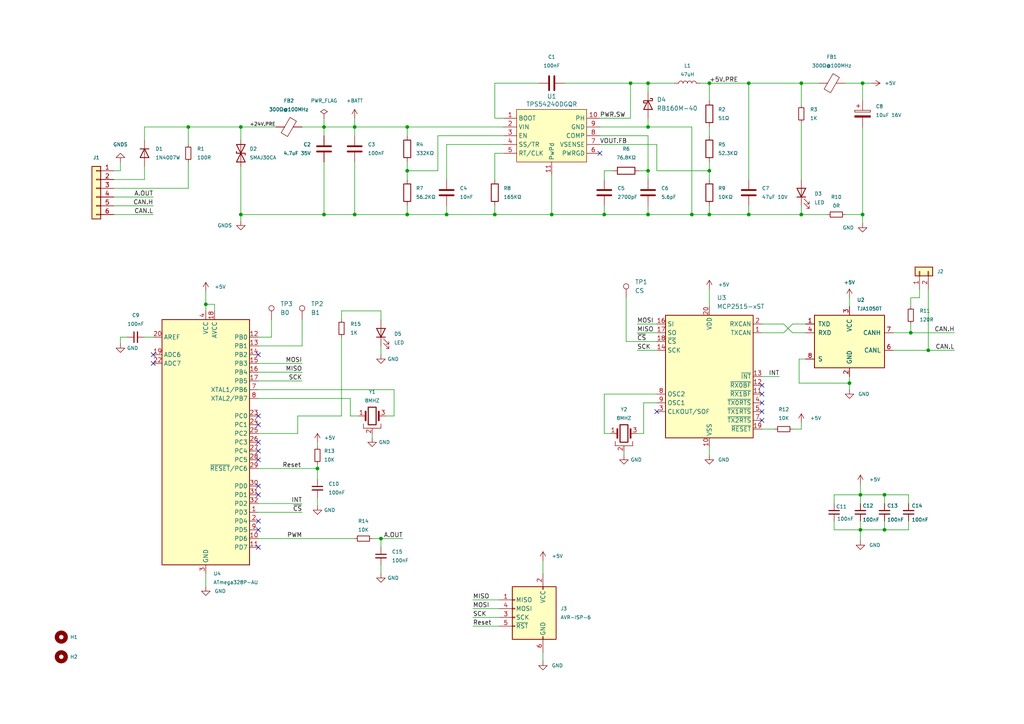
<source format=kicad_sch>
(kicad_sch (version 20231120) (generator "eeschema") (generator_version "8.0")
  (paper "A4")
  (lib_symbols
    (symbol "Arduino_Emulator-rescue:ATmega328P-AU-MCU_Microchip_ATmega-adBlue-rescue"
      (property "Reference" "U" (at -12.7 36.83 0))
      (property "Value" "ATmega328P-AU-MCU_Microchip_ATmega-adBlue-rescue" (at 2.54 -36.83 0))
      (symbol "ATmega328P-AU-MCU_Microchip_ATmega-adBlue-rescue_1_1"
        (pin tri_state line (at 15.24 -20.32 180) (length 2.54) (name "PD3") (number "1"))
        (pin tri_state line (at 15.24 -27.94 180) (length 2.54) (name "PD6") (number "10"))
        (pin tri_state line (at 15.24 -30.48 180) (length 2.54) (name "PD7") (number "11"))
        (pin tri_state line (at 15.24 30.48 180) (length 2.54) (name "PB0") (number "12"))
        (pin tri_state line (at 15.24 27.94 180) (length 2.54) (name "PB1") (number "13"))
        (pin tri_state line (at 15.24 25.4 180) (length 2.54) (name "PB2") (number "14"))
        (pin tri_state line (at 15.24 22.86 180) (length 2.54) (name "PB3") (number "15"))
        (pin tri_state line (at 15.24 20.32 180) (length 2.54) (name "PB4") (number "16"))
        (pin tri_state line (at 15.24 17.78 180) (length 2.54) (name "PB5") (number "17"))
        (pin power_in line (at 2.54 38.1 270) (length 2.54) (name "AVCC") (number "18"))
        (pin input line (at -15.24 25.4 0) (length 2.54) (name "ADC6") (number "19"))
        (pin tri_state line (at 15.24 -22.86 180) (length 2.54) (name "PD4") (number "2"))
        (pin passive line (at -15.24 30.48 0) (length 2.54) (name "AREF") (number "20"))
        (pin passive line (at 0 -38.1 90) (length 2.54) hide (name "GND") (number "21"))
        (pin input line (at -15.24 22.86 0) (length 2.54) (name "ADC7") (number "22"))
        (pin tri_state line (at 15.24 7.62 180) (length 2.54) (name "PC0") (number "23"))
        (pin tri_state line (at 15.24 5.08 180) (length 2.54) (name "PC1") (number "24"))
        (pin tri_state line (at 15.24 2.54 180) (length 2.54) (name "PC2") (number "25"))
        (pin tri_state line (at 15.24 0 180) (length 2.54) (name "PC3") (number "26"))
        (pin tri_state line (at 15.24 -2.54 180) (length 2.54) (name "PC4") (number "27"))
        (pin tri_state line (at 15.24 -5.08 180) (length 2.54) (name "PC5") (number "28"))
        (pin tri_state line (at 15.24 -7.62 180) (length 2.54) (name "~{RESET}/PC6") (number "29"))
        (pin power_in line (at 0 -38.1 90) (length 2.54) (name "GND") (number "3"))
        (pin tri_state line (at 15.24 -12.7 180) (length 2.54) (name "PD0") (number "30"))
        (pin tri_state line (at 15.24 -15.24 180) (length 2.54) (name "PD1") (number "31"))
        (pin tri_state line (at 15.24 -17.78 180) (length 2.54) (name "PD2") (number "32"))
        (pin power_in line (at 0 38.1 270) (length 2.54) (name "VCC") (number "4"))
        (pin passive line (at 0 -38.1 90) (length 2.54) hide (name "GND") (number "5"))
        (pin passive line (at 0 38.1 270) (length 2.54) hide (name "VCC") (number "6"))
        (pin tri_state line (at 15.24 15.24 180) (length 2.54) (name "XTAL1/PB6") (number "7"))
        (pin tri_state line (at 15.24 12.7 180) (length 2.54) (name "XTAL2/PB7") (number "8"))
        (pin tri_state line (at 15.24 -25.4 180) (length 2.54) (name "PD5") (number "9"))
      )
    )
    (symbol "Arduino_Emulator-rescue:AVR-ISP-6-Connector-adBlue-rescue" (pin_names (offset 1.016))
      (property "Reference" "J" (at 0 10.16 0))
      (property "Value" "AVR-ISP-6-Connector-adBlue-rescue" (at 0 -7.62 0))
      (symbol "AVR-ISP-6-Connector-adBlue-rescue_1_1"
        (pin passive line (at 10.16 5.08 180) (length 3.81) (name "MISO") (number "1"))
        (pin power_in line (at -2.54 12.7 270) (length 3.81) (name "VCC") (number "2"))
        (pin passive line (at 10.16 0 180) (length 3.81) (name "SCK") (number "3"))
        (pin passive line (at 10.16 2.54 180) (length 3.81) (name "MOSI") (number "4"))
        (pin passive line (at 10.16 -2.54 180) (length 3.81) (name "~{RST}") (number "5"))
        (pin power_in line (at -2.54 -10.16 90) (length 3.81) (name "GND") (number "6"))
      )
    )
    (symbol "Connector:TestPoint" (pin_numbers hide) (pin_names (offset 0.762) hide)
      (property "Reference" "TP" (at 0 6.858 0))
      (property "Value" "TestPoint" (at 0 5.08 0))
      (symbol "TestPoint_1_1"
        (pin passive line (at 0 0 90) (length 2.54) (name "1") (number "1"))
      )
    )
    (symbol "Connector_Generic:Conn_01x02" (pin_names (offset 1.016) hide)
      (property "Reference" "J" (at 0 2.54 0))
      (property "Value" "Conn_01x02" (at 0 -5.08 0))
      (symbol "Conn_01x02_1_1"
        (pin passive line (at -5.08 0 0) (length 3.81) (name "Pin_1") (number "1"))
        (pin passive line (at -5.08 -2.54 0) (length 3.81) (name "Pin_2") (number "2"))
      )
    )
    (symbol "Connector_Generic:Conn_01x06" (pin_names (offset 1.016) hide)
      (property "Reference" "J" (at 0 7.62 0))
      (property "Value" "Conn_01x06" (at 0 -10.16 0))
      (symbol "Conn_01x06_1_1"
        (pin passive line (at -5.08 5.08 0) (length 3.81) (name "Pin_1") (number "1"))
        (pin passive line (at -5.08 2.54 0) (length 3.81) (name "Pin_2") (number "2"))
        (pin passive line (at -5.08 0 0) (length 3.81) (name "Pin_3") (number "3"))
        (pin passive line (at -5.08 -2.54 0) (length 3.81) (name "Pin_4") (number "4"))
        (pin passive line (at -5.08 -5.08 0) (length 3.81) (name "Pin_5") (number "5"))
        (pin passive line (at -5.08 -7.62 0) (length 3.81) (name "Pin_6") (number "6"))
      )
    )
    (symbol "Device:C" (pin_numbers hide) (pin_names (offset 0.254))
      (property "Reference" "C" (at 0.635 2.54 0))
      (property "Value" "C" (at 0.635 -2.54 0))
      (symbol "C_1_1"
        (pin passive line (at 0 3.81 270) (length 2.794) (name "~") (number "1"))
        (pin passive line (at 0 -3.81 90) (length 2.794) (name "~") (number "2"))
      )
    )
    (symbol "Device:C_Polarized" (pin_numbers hide) (pin_names (offset 0.254))
      (property "Reference" "C" (at 0.635 2.54 0))
      (property "Value" "C_Polarized" (at 0.635 -2.54 0))
      (symbol "C_Polarized_1_1"
        (pin passive line (at 0 3.81 270) (length 2.794) (name "~") (number "1"))
        (pin passive line (at 0 -3.81 90) (length 2.794) (name "~") (number "2"))
      )
    )
    (symbol "Device:C_Small" (pin_numbers hide) (pin_names (offset 0.254) hide)
      (property "Reference" "C" (at 0.254 1.778 0))
      (property "Value" "C_Small" (at 0.254 -2.032 0))
      (symbol "C_Small_1_1"
        (pin passive line (at 0 2.54 270) (length 2.032) (name "~") (number "1"))
        (pin passive line (at 0 -2.54 90) (length 2.032) (name "~") (number "2"))
      )
    )
    (symbol "Device:Crystal_GND2" (pin_names (offset 1.016) hide)
      (property "Reference" "Y" (at 0 5.715 0))
      (property "Value" "Crystal_GND2" (at 0 3.81 0))
      (symbol "Crystal_GND2_1_1"
        (pin passive line (at -3.81 0 0) (length 1.27) (name "1") (number "1"))
        (pin passive line (at 0 -5.08 90) (length 1.27) (name "2") (number "2"))
        (pin passive line (at 3.81 0 180) (length 1.27) (name "3") (number "3"))
      )
    )
    (symbol "Device:D" (pin_numbers hide) (pin_names (offset 1.016) hide)
      (property "Reference" "D" (at 0 2.54 0))
      (property "Value" "D" (at 0 -2.54 0))
      (symbol "D_1_1"
        (pin passive line (at -3.81 0 0) (length 2.54) (name "K") (number "1"))
        (pin passive line (at 3.81 0 180) (length 2.54) (name "A") (number "2"))
      )
    )
    (symbol "Device:D_Schottky" (pin_numbers hide) (pin_names (offset 1.016) hide)
      (property "Reference" "D" (at 0 2.54 0))
      (property "Value" "D_Schottky" (at 0 -2.54 0))
      (symbol "D_Schottky_1_1"
        (pin passive line (at -3.81 0 0) (length 2.54) (name "K") (number "1"))
        (pin passive line (at 3.81 0 180) (length 2.54) (name "A") (number "2"))
      )
    )
    (symbol "Device:D_TVS" (pin_numbers hide) (pin_names (offset 1.016) hide)
      (property "Reference" "D" (at 0 2.54 0))
      (property "Value" "D_TVS" (at 0 -2.54 0))
      (symbol "D_TVS_1_1"
        (pin passive line (at -3.81 0 0) (length 2.54) (name "A1") (number "1"))
        (pin passive line (at 3.81 0 180) (length 2.54) (name "A2") (number "2"))
      )
    )
    (symbol "Device:FerriteBead" (pin_numbers hide) (pin_names (offset 0))
      (property "Reference" "FB" (at -3.81 0.635 90))
      (property "Value" "FerriteBead" (at 3.81 0 90))
      (symbol "FerriteBead_1_1"
        (pin passive line (at 0 3.81 270) (length 2.54) (name "~") (number "1"))
        (pin passive line (at 0 -3.81 90) (length 2.54) (name "~") (number "2"))
      )
    )
    (symbol "Device:L" (pin_numbers hide) (pin_names (offset 1.016) hide)
      (property "Reference" "L" (at -1.27 0 90))
      (property "Value" "L" (at 1.905 0 90))
      (symbol "L_1_1"
        (pin passive line (at 0 3.81 270) (length 1.27) (name "1") (number "1"))
        (pin passive line (at 0 -3.81 90) (length 1.27) (name "2") (number "2"))
      )
    )
    (symbol "Device:LED" (pin_numbers hide) (pin_names (offset 1.016) hide)
      (property "Reference" "D" (at 0 2.54 0))
      (property "Value" "LED" (at 0 -2.54 0))
      (symbol "LED_1_1"
        (pin passive line (at -3.81 0 0) (length 2.54) (name "K") (number "1"))
        (pin passive line (at 3.81 0 180) (length 2.54) (name "A") (number "2"))
      )
    )
    (symbol "Device:R" (pin_numbers hide) (pin_names (offset 0))
      (property "Reference" "R" (at 2.032 0 90))
      (property "Value" "R" (at 0 0 90))
      (symbol "R_1_1"
        (pin passive line (at 0 3.81 270) (length 1.27) (name "~") (number "1"))
        (pin passive line (at 0 -3.81 90) (length 1.27) (name "~") (number "2"))
      )
    )
    (symbol "Device:R_Small" (pin_numbers hide) (pin_names (offset 0.254) hide)
      (property "Reference" "R" (at 0.762 0.508 0))
      (property "Value" "R_Small" (at 0.762 -1.016 0))
      (symbol "R_Small_1_1"
        (pin passive line (at 0 2.54 270) (length 0.762) (name "~") (number "1"))
        (pin passive line (at 0 -2.54 90) (length 0.762) (name "~") (number "2"))
      )
    )
    (symbol "Interface_CAN_LIN:MCP2515-xST"
      (property "Reference" "U" (at -10.16 19.685 0))
      (property "Value" "MCP2515-xST" (at 19.05 20.32 0))
      (symbol "MCP2515-xST_1_1"
        (pin output line (at 15.24 12.7 180) (length 2.54) (name "TXCAN") (number "1"))
        (pin power_in line (at 0 -20.32 90) (length 2.54) (name "VSS") (number "10"))
        (pin output line (at 15.24 -5.08 180) (length 2.54) (name "~{RX1BF}") (number "11"))
        (pin output line (at 15.24 -2.54 180) (length 2.54) (name "~{RX0BF}") (number "12"))
        (pin output line (at 15.24 0 180) (length 2.54) (name "~{INT}") (number "13"))
        (pin input line (at -15.24 7.62 0) (length 2.54) (name "SCK") (number "14"))
        (pin no_connect line (at -12.7 -2.54 0) (length 2.54) hide (name "NC") (number "15"))
        (pin input line (at -15.24 15.24 0) (length 2.54) (name "SI") (number "16"))
        (pin output line (at -15.24 12.7 0) (length 2.54) (name "SO") (number "17"))
        (pin input line (at -15.24 10.16 0) (length 2.54) (name "~{CS}") (number "18"))
        (pin input line (at 15.24 -15.24 180) (length 2.54) (name "~{RESET}") (number "19"))
        (pin input line (at 15.24 15.24 180) (length 2.54) (name "RXCAN") (number "2"))
        (pin power_in line (at 0 20.32 270) (length 2.54) (name "VDD") (number "20"))
        (pin output line (at -15.24 -10.16 0) (length 2.54) (name "CLKOUT/SOF") (number "3"))
        (pin input line (at 15.24 -7.62 180) (length 2.54) (name "~{TX0RTS}") (number "4"))
        (pin input line (at 15.24 -10.16 180) (length 2.54) (name "~{TX1RTS}") (number "5"))
        (pin no_connect line (at -12.7 0 0) (length 2.54) hide (name "NC") (number "6"))
        (pin input line (at 15.24 -12.7 180) (length 2.54) (name "~{TX2RTS}") (number "7"))
        (pin output line (at -15.24 -5.08 0) (length 2.54) (name "OSC2") (number "8"))
        (pin input line (at -15.24 -7.62 0) (length 2.54) (name "OSC1") (number "9"))
      )
    )
    (symbol "Interface_CAN_LIN:TJA1051T" (pin_names (offset 1.016))
      (property "Reference" "U" (at -10.16 8.89 0))
      (property "Value" "TJA1051T" (at 1.27 8.89 0))
      (symbol "TJA1051T_1_1"
        (pin input line (at -12.7 5.08 0) (length 2.54) (name "TXD") (number "1"))
        (pin power_in line (at 0 -10.16 90) (length 2.54) (name "GND") (number "2"))
        (pin power_in line (at 0 10.16 270) (length 2.54) (name "VCC") (number "3"))
        (pin output line (at -12.7 2.54 0) (length 2.54) (name "RXD") (number "4"))
        (pin no_connect line (at -12.7 -2.54 0) (length 2.54) hide (name "n.c.") (number "5"))
        (pin bidirectional line (at 12.7 -2.54 180) (length 2.54) (name "CANL") (number "6"))
        (pin bidirectional line (at 12.7 2.54 180) (length 2.54) (name "CANH") (number "7"))
        (pin input line (at -12.7 -5.08 0) (length 2.54) (name "S") (number "8"))
      )
    )
    (symbol "Mechanical:MountingHole" (pin_names (offset 1.016))
      (property "Reference" "H" (at 0 5.08 0))
      (property "Value" "MountingHole" (at 0 3.175 0))
    )
    (symbol "TPS54240_StepDown:TPS54240"
      (property "Reference" "U" (at 0 9.906 0))
      (property "Value" "TPS54240DGQR" (at 0 0 0))
      (symbol "TPS54240_1_1"
        (pin input line (at -13.97 5.08 0) (length 3.81) (name "BOOT") (number "1"))
        (pin output line (at 13.97 5.08 180) (length 3.81) (name "PH") (number "10"))
        (pin power_in line (at 0 -11.43 90) (length 3.81) (name "PwPd") (number "11"))
        (pin power_in line (at -13.97 2.54 0) (length 3.81) (name "VIN") (number "2"))
        (pin input line (at -13.97 0 0) (length 3.81) (name "EN") (number "3"))
        (pin input line (at -13.97 -2.54 0) (length 3.81) (name "SS/TR") (number "4"))
        (pin input line (at -13.97 -5.08 0) (length 3.81) (name "RT/CLK") (number "5"))
        (pin open_collector line (at 13.97 -5.08 180) (length 3.81) (name "PWRGD") (number "6"))
        (pin input line (at 13.97 -2.54 180) (length 3.81) (name "VSENSE") (number "7"))
        (pin input line (at 13.97 0 180) (length 3.81) (name "COMP") (number "8"))
        (pin power_in line (at 13.97 2.54 180) (length 3.81) (name "GND") (number "9"))
      )
    )
    (symbol "power:+5V" (power) (pin_names (offset 0))
      (property "Value" "+5V" (at 0 3.556 0))
      (symbol "+5V_1_1"
        (pin power_in line (at 0 0 90) (length 0) hide (name "+5V") (number "1"))
      )
    )
    (symbol "power:+BATT" (power) (pin_names (offset 0))
      (property "Value" "+BATT" (at 0 3.556 0))
      (symbol "+BATT_1_1"
        (pin power_in line (at 0 0 90) (length 0) hide (name "+BATT") (number "1"))
      )
    )
    (symbol "power:GND" (power) (pin_names (offset 0))
      (property "Value" "GND" (at 0 -3.81 0))
      (symbol "GND_1_1"
        (pin power_in line (at 0 0 270) (length 0) hide (name "GND") (number "1"))
      )
    )
    (symbol "power:GNDS" (power) (pin_names (offset 0))
      (property "Value" "GNDS" (at 0 -3.81 0))
      (symbol "GNDS_1_1"
        (pin power_in line (at 0 0 270) (length 0) hide (name "GNDS") (number "1"))
      )
    )
    (symbol "power:PWR_FLAG" (power) (pin_numbers hide) (pin_names (offset 0) hide)
      (property "Value" "PWR_FLAG" (at 0 3.81 0))
      (symbol "PWR_FLAG_0_0"
        (pin power_out line (at 0 0 90) (length 0) (name "pwr") (number "1"))
      )
    )
  )
  (junction (at 256.54 153.67))
  (junction (at 129.54 62.23))
  (junction (at 93.98 36.83))
  (junction (at 93.98 62.23))
  (junction (at 249.555 143.51))
  (junction (at 118.11 62.23))
  (junction (at 246.38 111.125))
  (junction (at 110.49 156.21))
  (junction (at 250.19 62.23))
  (junction (at 269.24 101.6))
  (junction (at 187.96 36.83))
  (junction (at 187.96 49.53))
  (junction (at 200.66 62.23))
  (junction (at 205.74 24.13))
  (junction (at 102.87 36.83))
  (junction (at 54.61 36.83))
  (junction (at 118.11 49.53))
  (junction (at 59.69 88.265))
  (junction (at 182.88 24.13))
  (junction (at 69.85 62.23))
  (junction (at 256.54 143.51))
  (junction (at 143.51 62.23))
  (junction (at 264.16 96.52))
  (junction (at 205.74 62.23))
  (junction (at 217.17 24.13))
  (junction (at 232.41 24.13))
  (junction (at 118.11 36.83))
  (junction (at 175.26 62.23))
  (junction (at 187.96 62.23))
  (junction (at 205.74 49.53))
  (junction (at 232.41 62.23))
  (junction (at 250.19 24.13))
  (junction (at 217.17 62.23))
  (junction (at 160.02 62.23))
  (junction (at 102.87 62.23))
  (junction (at 187.96 24.13))
  (junction (at 69.85 36.83))
  (junction (at 249.555 153.67))
  (junction (at 92.075 135.89))
  (no_connect (at 74.93 153.67))
  (no_connect (at 190.5 119.38))
  (no_connect (at 74.93 128.27))
  (no_connect (at 74.93 130.81))
  (no_connect (at 173.99 44.45))
  (no_connect (at 44.45 102.87))
  (no_connect (at 220.98 111.76))
  (no_connect (at 74.93 102.87))
  (no_connect (at 220.98 121.92))
  (no_connect (at 74.93 123.19))
  (no_connect (at 44.45 105.41))
  (no_connect (at 74.93 120.65))
  (no_connect (at 74.93 143.51))
  (no_connect (at 74.93 133.35))
  (no_connect (at 220.98 114.3))
  (no_connect (at 220.98 116.84))
  (no_connect (at 74.93 151.13))
  (no_connect (at 220.98 119.38))
  (no_connect (at 74.93 140.97))
  (no_connect (at 74.93 158.75))
  (wire (pts (xy 143.51 44.45) (xy 146.05 44.45)))
  (wire (pts (xy 36.83 97.79) (xy 34.925 97.79)))
  (wire (pts (xy 74.93 135.89) (xy 92.075 135.89)))
  (wire (pts (xy 102.87 34.29) (xy 102.87 36.83)))
  (wire (pts (xy 74.93 110.49) (xy 87.63 110.49)))
  (wire (pts (xy 231.775 111.125) (xy 231.775 104.14)))
  (wire (pts (xy 69.85 48.26) (xy 69.85 62.23)))
  (wire (pts (xy 266.7 83.82) (xy 266.7 86.36)))
  (wire (pts (xy 205.74 29.21) (xy 205.74 24.13)))
  (wire (pts (xy 229.87 96.52) (xy 233.68 96.52)))
  (wire (pts (xy 205.74 132.08) (xy 205.74 129.54)))
  (wire (pts (xy 186.69 125.73) (xy 184.785 125.73)))
  (wire (pts (xy 249.555 143.51) (xy 249.555 146.05)))
  (wire (pts (xy 92.075 128.27) (xy 92.075 129.54)))
  (wire (pts (xy 74.93 156.21) (xy 102.87 156.21)))
  (wire (pts (xy 180.975 132.08) (xy 180.975 130.81)))
  (wire (pts (xy 41.91 36.83) (xy 54.61 36.83)))
  (wire (pts (xy 143.51 59.69) (xy 143.51 62.23)))
  (wire (pts (xy 99.06 120.65) (xy 99.06 97.79)))
  (wire (pts (xy 92.075 134.62) (xy 92.075 135.89)))
  (wire (pts (xy 232.41 124.46) (xy 232.41 122.555)))
  (wire (pts (xy 54.61 36.83) (xy 54.61 41.91)))
  (wire (pts (xy 256.54 143.51) (xy 256.54 146.05)))
  (wire (pts (xy 69.85 62.23) (xy 93.98 62.23)))
  (wire (pts (xy 187.96 24.13) (xy 187.96 26.67)))
  (wire (pts (xy 41.91 36.83) (xy 41.91 40.64)))
  (wire (pts (xy 246.38 111.125) (xy 246.38 113.03)))
  (wire (pts (xy 41.91 52.07) (xy 41.91 48.26)))
  (wire (pts (xy 93.98 46.99) (xy 93.98 62.23)))
  (wire (pts (xy 129.54 41.91) (xy 146.05 41.91)))
  (wire (pts (xy 187.96 59.69) (xy 187.96 62.23)))
  (wire (pts (xy 245.11 24.13) (xy 250.19 24.13)))
  (wire (pts (xy 33.02 52.07) (xy 41.91 52.07)))
  (wire (pts (xy 229.87 93.98) (xy 227.33 96.52)))
  (wire (pts (xy 249.555 156.845) (xy 249.555 153.67)))
  (wire (pts (xy 33.02 54.61) (xy 54.61 54.61)))
  (wire (pts (xy 127 49.53) (xy 118.11 49.53)))
  (wire (pts (xy 118.11 59.69) (xy 118.11 62.23)))
  (wire (pts (xy 224.79 124.46) (xy 220.98 124.46)))
  (wire (pts (xy 205.74 39.37) (xy 205.74 36.83)))
  (wire (pts (xy 229.87 124.46) (xy 232.41 124.46)))
  (wire (pts (xy 101.6 115.57) (xy 101.6 120.65)))
  (wire (pts (xy 266.7 86.36) (xy 264.16 86.36)))
  (wire (pts (xy 74.93 105.41) (xy 87.63 105.41)))
  (wire (pts (xy 250.19 62.23) (xy 250.19 64.77)))
  (wire (pts (xy 110.49 163.83) (xy 110.49 166.37)))
  (wire (pts (xy 86.36 120.65) (xy 99.06 120.65)))
  (wire (pts (xy 205.74 46.99) (xy 205.74 49.53)))
  (wire (pts (xy 232.41 35.56) (xy 232.41 52.07)))
  (wire (pts (xy 203.2 24.13) (xy 205.74 24.13)))
  (wire (pts (xy 78.74 97.79) (xy 74.93 97.79)))
  (wire (pts (xy 187.96 49.53) (xy 187.96 52.07)))
  (wire (pts (xy 184.785 96.52) (xy 190.5 96.52)))
  (wire (pts (xy 231.775 104.14) (xy 233.68 104.14)))
  (wire (pts (xy 205.74 49.53) (xy 205.74 52.07)))
  (wire (pts (xy 249.555 143.51) (xy 241.935 143.51)))
  (wire (pts (xy 175.26 114.3) (xy 175.26 125.73)))
  (wire (pts (xy 256.54 153.67) (xy 256.54 151.13)))
  (wire (pts (xy 127 39.37) (xy 127 49.53)))
  (wire (pts (xy 143.51 52.07) (xy 143.51 44.45)))
  (wire (pts (xy 41.91 97.79) (xy 44.45 97.79)))
  (wire (pts (xy 59.69 88.265) (xy 59.69 90.17)))
  (wire (pts (xy 264.16 86.36) (xy 264.16 88.9)))
  (wire (pts (xy 185.42 49.53) (xy 187.96 49.53)))
  (wire (pts (xy 74.93 107.95) (xy 87.63 107.95)))
  (wire (pts (xy 175.26 49.53) (xy 177.8 49.53)))
  (wire (pts (xy 181.61 86.36) (xy 181.61 99.06)))
  (wire (pts (xy 157.48 189.23) (xy 157.48 191.77)))
  (wire (pts (xy 93.98 62.23) (xy 102.87 62.23)))
  (wire (pts (xy 173.99 39.37) (xy 187.96 39.37)))
  (wire (pts (xy 200.66 36.83) (xy 200.66 62.23)))
  (wire (pts (xy 101.6 115.57) (xy 74.93 115.57)))
  (wire (pts (xy 205.74 59.69) (xy 205.74 62.23)))
  (wire (pts (xy 217.17 59.69) (xy 217.17 62.23)))
  (wire (pts (xy 33.02 62.23) (xy 44.45 62.23)))
  (wire (pts (xy 233.68 93.98) (xy 229.87 93.98)))
  (wire (pts (xy 205.74 24.13) (xy 217.17 24.13)))
  (wire (pts (xy 217.17 24.13) (xy 232.41 24.13)))
  (wire (pts (xy 269.24 101.6) (xy 276.86 101.6)))
  (wire (pts (xy 54.61 46.99) (xy 54.61 54.61)))
  (wire (pts (xy 249.555 143.51) (xy 256.54 143.51)))
  (wire (pts (xy 74.93 146.05) (xy 87.63 146.05)))
  (wire (pts (xy 118.11 36.83) (xy 146.05 36.83)))
  (wire (pts (xy 264.16 93.98) (xy 264.16 96.52)))
  (wire (pts (xy 217.17 62.23) (xy 232.41 62.23)))
  (wire (pts (xy 249.555 153.67) (xy 249.555 151.13)))
  (wire (pts (xy 187.96 24.13) (xy 195.58 24.13)))
  (wire (pts (xy 220.98 96.52) (xy 227.33 96.52)))
  (wire (pts (xy 157.48 162.56) (xy 157.48 166.37)))
  (wire (pts (xy 74.93 148.59) (xy 87.63 148.59)))
  (wire (pts (xy 175.26 59.69) (xy 175.26 62.23)))
  (wire (pts (xy 59.69 88.265) (xy 62.23 88.265)))
  (wire (pts (xy 107.95 156.21) (xy 110.49 156.21)))
  (wire (pts (xy 173.99 34.29) (xy 182.88 34.29)))
  (wire (pts (xy 246.38 109.22) (xy 246.38 111.125)))
  (wire (pts (xy 129.54 62.23) (xy 118.11 62.23)))
  (wire (pts (xy 54.61 36.83) (xy 69.85 36.83)))
  (wire (pts (xy 34.925 49.53) (xy 33.02 49.53)))
  (wire (pts (xy 107.95 127) (xy 107.95 125.73)))
  (wire (pts (xy 137.16 173.99) (xy 144.78 173.99)))
  (wire (pts (xy 59.69 84.455) (xy 59.69 88.265)))
  (wire (pts (xy 110.49 156.21) (xy 116.84 156.21)))
  (wire (pts (xy 69.85 36.83) (xy 80.01 36.83)))
  (wire (pts (xy 59.69 170.18) (xy 59.69 166.37)))
  (wire (pts (xy 93.98 39.37) (xy 93.98 36.83)))
  (wire (pts (xy 143.51 62.23) (xy 160.02 62.23)))
  (wire (pts (xy 263.525 146.05) (xy 263.525 143.51)))
  (wire (pts (xy 232.41 59.69) (xy 232.41 62.23)))
  (wire (pts (xy 99.06 90.17) (xy 110.49 90.17)))
  (wire (pts (xy 163.83 24.13) (xy 182.88 24.13)))
  (wire (pts (xy 256.54 153.67) (xy 263.525 153.67)))
  (wire (pts (xy 250.19 24.13) (xy 250.19 29.21)))
  (wire (pts (xy 259.08 101.6) (xy 269.24 101.6)))
  (wire (pts (xy 160.02 62.23) (xy 175.26 62.23)))
  (wire (pts (xy 250.19 24.13) (xy 252.73 24.13)))
  (wire (pts (xy 110.49 100.33) (xy 110.49 102.87)))
  (wire (pts (xy 175.26 49.53) (xy 175.26 52.07)))
  (wire (pts (xy 69.85 62.23) (xy 69.85 64.135)))
  (wire (pts (xy 175.26 62.23) (xy 187.96 62.23)))
  (wire (pts (xy 33.02 57.15) (xy 44.45 57.15)))
  (wire (pts (xy 110.49 156.21) (xy 110.49 158.75)))
  (wire (pts (xy 69.85 36.83) (xy 69.85 40.64)))
  (wire (pts (xy 87.63 100.33) (xy 87.63 92.71)))
  (wire (pts (xy 102.87 36.83) (xy 118.11 36.83)))
  (wire (pts (xy 160.02 50.8) (xy 160.02 62.23)))
  (wire (pts (xy 129.54 59.69) (xy 129.54 62.23)))
  (wire (pts (xy 87.63 36.83) (xy 93.98 36.83)))
  (wire (pts (xy 101.6 120.65) (xy 104.14 120.65)))
  (wire (pts (xy 99.06 92.71) (xy 99.06 90.17)))
  (wire (pts (xy 246.38 86.36) (xy 246.38 88.9)))
  (wire (pts (xy 249.555 140.335) (xy 249.555 143.51)))
  (wire (pts (xy 232.41 24.13) (xy 232.41 30.48)))
  (wire (pts (xy 205.74 83.82) (xy 205.74 88.9)))
  (wire (pts (xy 129.54 52.07) (xy 129.54 41.91)))
  (wire (pts (xy 205.74 62.23) (xy 217.17 62.23)))
  (wire (pts (xy 33.02 59.69) (xy 44.45 59.69)))
  (wire (pts (xy 74.93 125.73) (xy 86.36 125.73)))
  (wire (pts (xy 118.11 62.23) (xy 102.87 62.23)))
  (wire (pts (xy 137.16 179.07) (xy 144.78 179.07)))
  (wire (pts (xy 220.98 93.98) (xy 227.33 93.98)))
  (wire (pts (xy 241.935 153.67) (xy 249.555 153.67)))
  (wire (pts (xy 187.96 39.37) (xy 187.96 49.53)))
  (wire (pts (xy 232.41 24.13) (xy 237.49 24.13)))
  (wire (pts (xy 245.11 62.23) (xy 250.19 62.23)))
  (wire (pts (xy 143.51 24.13) (xy 156.21 24.13)))
  (wire (pts (xy 175.26 125.73) (xy 177.165 125.73)))
  (wire (pts (xy 92.075 146.685) (xy 92.075 144.145)))
  (wire (pts (xy 137.16 181.61) (xy 144.78 181.61)))
  (wire (pts (xy 249.555 153.67) (xy 256.54 153.67)))
  (wire (pts (xy 200.66 36.83) (xy 187.96 36.83)))
  (wire (pts (xy 190.5 49.53) (xy 190.5 41.91)))
  (wire (pts (xy 86.36 125.73) (xy 86.36 120.65)))
  (wire (pts (xy 92.075 135.89) (xy 92.075 139.065)))
  (wire (pts (xy 187.96 34.29) (xy 187.96 36.83)))
  (wire (pts (xy 263.525 151.13) (xy 263.525 153.67)))
  (wire (pts (xy 190.5 116.84) (xy 186.69 116.84)))
  (wire (pts (xy 246.38 111.125) (xy 231.775 111.125)))
  (wire (pts (xy 118.11 36.83) (xy 118.11 39.37)))
  (wire (pts (xy 114.3 120.65) (xy 111.76 120.65)))
  (wire (pts (xy 118.11 49.53) (xy 118.11 52.07)))
  (wire (pts (xy 187.96 36.83) (xy 173.99 36.83)))
  (wire (pts (xy 241.935 143.51) (xy 241.935 146.05)))
  (wire (pts (xy 205.74 49.53) (xy 190.5 49.53)))
  (wire (pts (xy 232.41 62.23) (xy 240.03 62.23)))
  (wire (pts (xy 186.69 116.84) (xy 186.69 125.73)))
  (wire (pts (xy 217.17 24.13) (xy 217.17 52.07)))
  (wire (pts (xy 146.05 39.37) (xy 127 39.37)))
  (wire (pts (xy 269.24 83.82) (xy 269.24 101.6)))
  (wire (pts (xy 93.98 34.29) (xy 93.98 36.83)))
  (wire (pts (xy 256.54 143.51) (xy 263.525 143.51)))
  (wire (pts (xy 181.61 99.06) (xy 190.5 99.06)))
  (wire (pts (xy 182.88 24.13) (xy 187.96 24.13)))
  (wire (pts (xy 264.16 96.52) (xy 276.86 96.52)))
  (wire (pts (xy 102.87 46.99) (xy 102.87 62.23)))
  (wire (pts (xy 114.3 113.03) (xy 74.93 113.03)))
  (wire (pts (xy 78.74 92.71) (xy 78.74 97.79)))
  (wire (pts (xy 62.23 88.265) (xy 62.23 90.17)))
  (wire (pts (xy 110.49 90.17) (xy 110.49 92.71)))
  (wire (pts (xy 200.66 62.23) (xy 205.74 62.23)))
  (wire (pts (xy 146.05 34.29) (xy 143.51 34.29)))
  (wire (pts (xy 184.785 93.98) (xy 190.5 93.98)))
  (wire (pts (xy 187.96 62.23) (xy 200.66 62.23)))
  (wire (pts (xy 118.11 46.99) (xy 118.11 49.53)))
  (wire (pts (xy 143.51 62.23) (xy 129.54 62.23)))
  (wire (pts (xy 34.925 97.79) (xy 34.925 99.695)))
  (wire (pts (xy 102.87 39.37) (xy 102.87 36.83)))
  (wire (pts (xy 93.98 36.83) (xy 102.87 36.83)))
  (wire (pts (xy 190.5 114.3) (xy 175.26 114.3)))
  (wire (pts (xy 182.88 24.13) (xy 182.88 34.29)))
  (wire (pts (xy 137.16 176.53) (xy 144.78 176.53)))
  (wire (pts (xy 114.3 113.03) (xy 114.3 120.65)))
  (wire (pts (xy 227.33 93.98) (xy 229.87 96.52)))
  (wire (pts (xy 143.51 34.29) (xy 143.51 24.13)))
  (wire (pts (xy 173.99 41.91) (xy 190.5 41.91)))
  (wire (pts (xy 220.98 109.22) (xy 226.06 109.22)))
  (wire (pts (xy 259.08 96.52) (xy 264.16 96.52)))
  (wire (pts (xy 74.93 100.33) (xy 87.63 100.33)))
  (wire (pts (xy 241.935 151.13) (xy 241.935 153.67)))
  (wire (pts (xy 250.19 36.83) (xy 250.19 62.23)))
  (wire (pts (xy 34.925 46.99) (xy 34.925 49.53)))
  (wire (pts (xy 184.785 101.6) (xy 190.5 101.6)))
  (label "MOSI" (at 137.16 176.53 0))
  (label "+24V.PRE" (at 72.39 36.83 0) (effects (font (size 1 1))))
  (label "CAN.H" (at 44.45 59.69 180))
  (label "CAN.L" (at 276.86 101.6 180))
  (label "MOSI" (at 184.785 93.98 0))
  (label "CAN.H" (at 276.86 96.52 180))
  (label "A.OUT" (at 44.45 57.15 180))
  (label "+5V.PRE" (at 205.74 24.13 0))
  (label "CAN.L" (at 44.45 62.23 180))
  (label "INT" (at 87.63 146.05 180))
  (label "PWR.SW" (at 173.99 34.29 0))
  (label "A.OUT" (at 116.84 156.21 180))
  (label "SCK" (at 87.63 110.49 180))
  (label "Reset" (at 81.915 135.89 0))
  (label "VOUT.FB" (at 173.99 41.91 0))
  (label "MOSI" (at 87.63 105.41 180))
  (label "~{CS}" (at 184.785 99.06 0))
  (label "SCK" (at 184.785 101.6 0))
  (label "PWM" (at 87.63 156.21 180))
  (label "INT" (at 226.06 109.22 180))
  (label "MISO" (at 137.16 173.99 0))
  (label "Reset" (at 137.16 181.61 0))
  (label "MISO" (at 184.785 96.52 0))
  (label "MISO" (at 87.63 107.95 180))
  (label "SCK" (at 137.16 179.07 0))
  (label "~{CS}" (at 87.63 148.59 180))
  (symbol (lib_id "Interface_CAN_LIN:TJA1051T") (at 246.38 99.06 0) (unit 1)
    (property "Reference" "U2" (at 248.5741 86.995 0) (effects (font (size 1.016 1.016)) (justify left)))
    (property "Value" "TJA1050T" (at 248.5741 89.535 0) (effects (font (size 1.016 1.016)) (justify left)))
    (property "Footprint" "Package_SO:SOIC-8_3.9x4.9mm_P1.27mm" (effects (hide yes)))
    (property "Datasheet" "https://www.nxp.com/docs/en/data-sheet/TJA1051.pdf" (effects (hide yes)))
    (property "LCSC" "C6952" (effects (hide yes)))
  )
  (symbol (lib_id "Device:R_Small") (at 264.16 91.44 0) (unit 1)
    (property "Reference" "R11" (at 266.7 90.1699 0) (effects (font (size 1.016 1.016)) (justify left)))
    (property "Value" "120R" (at 266.7 92.7099 0) (effects (font (size 1.016 1.016)) (justify left)))
    (property "Footprint" "Resistor_SMD:R_0805_2012Metric" (effects (hide yes)))
    (property "LCSC" "C17437" (effects (hide yes)))
  )
  (symbol (lib_id "Connector_Generic:Conn_01x02") (at 266.7 78.74 90) (unit 1) (in_bom no)
    (property "Reference" "J2" (at 271.78 78.7399 90) (effects (font (size 1.016 1.016)) (justify right)))
    (property "Value" "Conn_01x02" (effects (hide yes)))
    (property "Footprint" "Jumper:SolderJumper-2_P1.3mm_Open_RoundedPad1.0x1.5mm" (effects (hide yes)))
  )
  (symbol (lib_id "power:GND") (at 250.19 64.77 0) (unit 1)
    (property "Reference" "#PWR04" (effects (hide yes)))
    (property "Value" "GND" (at 247.65 66.0399 0) (effects (font (size 1.016 1.016)) (justify right)))
  )
  (symbol (lib_id "Device:R_Small") (at 242.57 62.23 270) (unit 1)
    (property "Reference" "R10" (at 242.57 57.15 90) (effects (font (size 1.016 1.016))))
    (property "Value" "0R" (at 242.57 59.69 90) (effects (font (size 1.016 1.016))))
    (property "Footprint" "Resistor_SMD:R_0402_1005Metric" (effects (hide yes)))
    (property "LCSC" "C17168" (effects (hide yes)))
  )
  (symbol (lib_id "power:GNDS") (at 69.85 64.135 0) (unit 1)
    (property "Reference" "#PWR05" (effects (hide yes)))
    (property "Value" "GNDS" (at 67.31 65.4049 0) (effects (font (size 1.016 1.016)) (justify right)))
  )
  (symbol (lib_id "power:GND") (at 246.38 113.03 0) (unit 1)
    (property "Reference" "#PWR010" (effects (hide yes)))
    (property "Value" "GND" (at 248.92 114.2999 0) (effects (font (size 1.016 1.016)) (justify left)))
  )
  (symbol (lib_id "power:+5V") (at 246.38 86.36 0) (unit 1)
    (property "Reference" "#PWR08" (effects (hide yes)))
    (property "Value" "+5V" (at 246.38 81.915 0) (effects (font (size 1.016 1.016))))
  )
  (symbol (lib_id "power:+5V") (at 205.74 83.82 0) (unit 1)
    (property "Reference" "#PWR07" (effects (hide yes)))
    (property "Value" "+5V" (at 208.28 82.5499 0) (effects (font (size 1.016 1.016)) (justify left)))
  )
  (symbol (lib_id "power:GND") (at 205.74 132.08 0) (unit 1)
    (property "Reference" "#PWR015" (effects (hide yes)))
    (property "Value" "GND" (at 208.28 133.3499 0) (effects (font (size 1.016 1.016)) (justify left)))
  )
  (symbol (lib_id "Device:C_Small") (at 241.935 148.59 180) (unit 1)
    (property "Reference" "C11" (at 245.618 146.939 0) (effects (font (size 1.016 1.016)) (justify left)))
    (property "Value" "100nF" (at 247.65 150.495 0) (effects (font (size 1.016 1.016)) (justify left)))
    (property "Footprint" "Capacitor_SMD:C_0402_1005Metric" (effects (hide yes)))
    (property "LCSC" "C77020" (effects (hide yes)))
  )
  (symbol (lib_id "Device:C_Small") (at 249.555 148.59 180) (unit 1)
    (property "Reference" "C12" (at 250.19 146.685 0) (effects (font (size 1.016 1.016)) (justify right)))
    (property "Value" "100nF" (at 250.19 150.749 0) (effects (font (size 1.016 1.016)) (justify right)))
    (property "Footprint" "Capacitor_SMD:C_0402_1005Metric" (effects (hide yes)))
    (property "LCSC" "C77020" (effects (hide yes)))
  )
  (symbol (lib_id "Device:C_Small") (at 256.54 148.59 180) (unit 1)
    (property "Reference" "C13" (at 257.302 146.685 0) (effects (font (size 1.016 1.016)) (justify right)))
    (property "Value" "100nF" (at 257.302 150.749 0) (effects (font (size 1.016 1.016)) (justify right)))
    (property "Footprint" "Capacitor_SMD:C_0402_1005Metric" (effects (hide yes)))
    (property "LCSC" "C77020" (effects (hide yes)))
  )
  (symbol (lib_id "power:GND") (at 249.555 156.845 0) (unit 1)
    (property "Reference" "#PWR020" (effects (hide yes)))
    (property "Value" "GND" (at 252.095 158.1149 0) (effects (font (size 1.016 1.016)) (justify left)))
  )
  (symbol (lib_id "power:+5V") (at 249.555 140.335 0) (unit 1)
    (property "Reference" "#PWR018" (effects (hide yes)))
    (property "Value" "+5V" (at 252.095 139.0649 0) (effects (font (size 1.016 1.016)) (justify left)))
  )
  (symbol (lib_id "Arduino_Emulator-rescue:ATmega328P-AU-MCU_Microchip_ATmega-adBlue-rescue") (at 59.69 128.27 0) (unit 1)
    (property "Reference" "U4" (at 61.8841 166.37 0) (effects (font (size 1.016 1.016)) (justify left)))
    (property "Value" "ATmega328P-AU" (at 61.8841 168.91 0) (effects (font (size 1.016 1.016)) (justify left)))
    (property "Footprint" "Package_QFP:TQFP-32_7x7mm_P0.8mm" (effects (hide yes)))
    (property "Datasheet" "http://ww1.microchip.com/downloads/en/DeviceDoc/ATmega328_P%20AVR%20MCU%20with%20picoPower%20Technology%20Data%20Sheet%2040001984A.pdf" (effects (hide yes)))
    (property "LCSC" "C14877" (effects (hide yes)))
  )
  (symbol (lib_id "Device:LED") (at 232.41 55.88 90) (unit 1)
    (property "Reference" "D3" (at 236.22 56.1974 90) (effects (font (size 1.016 1.016)) (justify right)))
    (property "Value" "LED" (at 236.22 58.7374 90) (effects (font (size 1.016 1.016)) (justify right)))
    (property "Footprint" "LED_SMD:LED_0402_1005Metric" (effects (hide yes)))
    (property "LCSC" "C965790" (effects (hide yes)))
  )
  (symbol (lib_id "Device:R_Small") (at 232.41 33.02 0) (unit 1)
    (property "Reference" "R3" (at 234.95 31.7499 0) (effects (font (size 1.016 1.016)) (justify left)))
    (property "Value" "1K" (at 234.95 34.2899 0) (effects (font (size 1.016 1.016)) (justify left)))
    (property "Footprint" "Resistor_SMD:R_0402_1005Metric" (effects (hide yes)))
    (property "LCSC" "C11702" (effects (hide yes)))
  )
  (symbol (lib_id "power:+5V") (at 59.69 84.455 0) (unit 1)
    (property "Reference" "#PWR06" (effects (hide yes)))
    (property "Value" "+5V" (at 62.23 83.1849 0) (effects (font (size 1.016 1.016)) (justify left)))
  )
  (symbol (lib_id "power:GND") (at 59.69 170.18 0) (unit 1)
    (property "Reference" "#PWR019" (effects (hide yes)))
    (property "Value" "GND" (at 62.23 171.4499 0) (effects (font (size 1.016 1.016)) (justify left)))
  )
  (symbol (lib_id "Device:C_Small") (at 39.37 97.79 90) (unit 1)
    (property "Reference" "C9" (at 39.3763 91.44 90) (effects (font (size 1.016 1.016))))
    (property "Value" "100nF" (at 39.3763 93.98 90) (effects (font (size 1.016 1.016))))
    (property "Footprint" "Capacitor_SMD:C_0402_1005Metric" (effects (hide yes)))
    (property "LCSC" "C77020" (effects (hide yes)))
  )
  (symbol (lib_id "power:GND") (at 34.925 99.695 0) (unit 1)
    (property "Reference" "#PWR09" (effects (hide yes)))
    (property "Value" "GND" (at 36.83 100.9649 0) (effects (font (size 1.016 1.016)) (justify left)))
  )
  (symbol (lib_id "Device:C_Small") (at 92.075 141.605 0) (unit 1)
    (property "Reference" "C10" (at 95.25 140.3412 0) (effects (font (size 1.016 1.016)) (justify left)))
    (property "Value" "100nF" (at 95.25 142.8812 0) (effects (font (size 1.016 1.016)) (justify left)))
    (property "Footprint" "Capacitor_SMD:C_0402_1005Metric" (effects (hide yes)))
    (property "LCSC" "C77020" (effects (hide yes)))
  )
  (symbol (lib_id "power:GND") (at 92.075 146.685 0) (mirror y) (unit 1)
    (property "Reference" "#PWR016" (effects (hide yes)))
    (property "Value" "GND" (at 93.98 147.9549 0) (effects (font (size 1.016 1.016)) (justify right)))
  )
  (symbol (lib_id "Device:R_Small") (at 92.075 132.08 180) (unit 1)
    (property "Reference" "R13" (at 93.98 130.8099 0) (effects (font (size 1.016 1.016)) (justify right)))
    (property "Value" "10K" (at 93.98 133.3499 0) (effects (font (size 1.016 1.016)) (justify right)))
    (property "Footprint" "Resistor_SMD:R_0402_1005Metric" (effects (hide yes)))
    (property "LCSC" "C25744" (effects (hide yes)))
  )
  (symbol (lib_id "power:+5V") (at 92.075 128.27 0) (unit 1)
    (property "Reference" "#PWR013" (effects (hide yes)))
    (property "Value" "+5V" (at 93.98 126.9999 0) (effects (font (size 1.016 1.016)) (justify left)))
  )
  (symbol (lib_id "Arduino_Emulator-rescue:AVR-ISP-6-Connector-adBlue-rescue") (at 154.94 179.07 0) (mirror y) (unit 1) (in_bom no)
    (property "Reference" "J3" (at 162.56 176.5299 0) (effects (font (size 1.016 1.016)) (justify right)))
    (property "Value" "AVR-ISP-6" (at 162.56 179.0699 0) (effects (font (size 1.016 1.016)) (justify right)))
    (property "Footprint" "Connector_PinHeader_2.54mm:PinHeader_2x03_P2.54mm_Vertical" (effects (hide yes)))
    (property "Datasheet" " ~" (effects (hide yes)))
  )
  (symbol (lib_id "power:GND") (at 157.48 191.77 0) (mirror y) (unit 1)
    (property "Reference" "#PWR021" (effects (hide yes)))
    (property "Value" "GND" (at 160.02 193.0399 0) (effects (font (size 1.016 1.016)) (justify right)))
  )
  (symbol (lib_id "power:+5V") (at 157.48 162.56 0) (mirror y) (unit 1)
    (property "Reference" "#PWR017" (effects (hide yes)))
    (property "Value" "+5V" (at 160.02 161.2899 0) (effects (font (size 1.016 1.016)) (justify right)))
  )
  (symbol (lib_id "Mechanical:MountingHole") (at 17.78 184.785 0) (unit 1) (in_bom no)
    (property "Reference" "H1" (at 20.32 184.7849 0) (effects (font (size 1.016 1.016)) (justify left)))
    (property "Value" "MountingHole" (effects (hide yes)))
    (property "Footprint" "MountingHole:MountingHole_2.5mm" (effects (hide yes)))
  )
  (symbol (lib_id "Mechanical:MountingHole") (at 17.78 190.5 0) (unit 1) (in_bom no)
    (property "Reference" "H2" (at 20.32 190.4999 0) (effects (font (size 1.016 1.016)) (justify left)))
    (property "Value" "MountingHole" (effects (hide yes)))
    (property "Footprint" "MountingHole:MountingHole_2.5mm" (effects (hide yes)))
  )
  (symbol (lib_id "power:GND") (at 107.95 127 0) (mirror y) (unit 1)
    (property "Reference" "#PWR012" (effects (hide yes)))
    (property "Value" "GND" (at 109.855 128.2699 0) (effects (font (size 1.016 1.016)) (justify right)))
  )
  (symbol (lib_id "power:GND") (at 180.975 132.08 0) (mirror y) (unit 1)
    (property "Reference" "#PWR014" (effects (hide yes)))
    (property "Value" "GND" (at 182.88 133.3499 0) (effects (font (size 1.016 1.016)) (justify right)))
  )
  (symbol (lib_id "Device:C_Small") (at 263.525 148.59 180) (unit 1)
    (property "Reference" "C14" (at 264.414 146.685 0) (effects (font (size 1.016 1.016)) (justify right)))
    (property "Value" "100nF" (at 264.414 150.749 0) (effects (font (size 1.016 1.016)) (justify right)))
    (property "Footprint" "Capacitor_SMD:C_0402_1005Metric" (effects (hide yes)))
    (property "LCSC" "C77020" (effects (hide yes)))
  )
  (symbol (lib_id "Device:R_Small") (at 227.33 124.46 270) (unit 1)
    (property "Reference" "R12" (at 227.33 118.745 90) (effects (font (size 1.016 1.016))))
    (property "Value" "10K" (at 227.33 121.285 90) (effects (font (size 1.016 1.016))))
    (property "Footprint" "Resistor_SMD:R_0402_1005Metric" (effects (hide yes)))
    (property "LCSC" "C25744" (effects (hide yes)))
  )
  (symbol (lib_id "power:+5V") (at 232.41 122.555 0) (unit 1)
    (property "Reference" "#PWR011" (effects (hide yes)))
    (property "Value" "+5V" (at 234.95 121.2849 0) (effects (font (size 1.016 1.016)) (justify left)))
  )
  (symbol (lib_id "power:GNDS") (at 34.925 46.99 0) (mirror x) (unit 1)
    (property "Reference" "#PWR02" (effects (hide yes)))
    (property "Value" "GNDS" (at 34.925 41.91 0) (effects (font (size 1.016 1.016))))
  )
  (symbol (lib_id "Device:Crystal_GND2") (at 180.975 125.73 0) (unit 1)
    (property "Reference" "Y2" (at 180.975 118.745 0) (effects (font (size 1.016 1.016))))
    (property "Value" "8MHZ" (at 180.975 121.285 0) (effects (font (size 1.016 1.016))))
    (property "Footprint" "Crystal:Resonator_SMD_muRata_CSTxExxV-3Pin_3.0x1.1mm" (effects (hide yes)))
    (property "LCSC" "C22549" (effects (hide yes)))
  )
  (symbol (lib_id "Device:Crystal_GND2") (at 107.95 120.65 0) (unit 1)
    (property "Reference" "Y1" (at 107.95 113.665 0) (effects (font (size 1.016 1.016))))
    (property "Value" "8MHZ" (at 107.95 116.205 0) (effects (font (size 1.016 1.016))))
    (property "Footprint" "Crystal:Resonator_SMD_muRata_CSTxExxV-3Pin_3.0x1.1mm" (effects (hide yes)))
    (property "LCSC" "C22549" (effects (hide yes)))
  )
  (symbol (lib_id "Connector_Generic:Conn_01x06") (at 27.94 54.61 0) (mirror y) (unit 1) (in_bom no)
    (property "Reference" "J1" (at 27.94 45.72 0) (effects (font (size 1.016 1.016))))
    (property "Value" "Conn_01x05" (effects (hide yes)))
    (property "Footprint" "Connector_PinHeader_2.54mm:PinHeader_1x06_P2.54mm_Vertical" (effects (hide yes)))
    (property "Description" "Generic connector, single row, 01x06, script generated (kicad-library-utils/schlib/autogen/connector/)" (effects (hide yes)))
  )
  (symbol (lib_id "Device:R_Small") (at 54.61 44.45 180) (unit 1)
    (property "Reference" "R1" (at 57.15 43.1799 0) (effects (font (size 1.016 1.016)) (justify right)))
    (property "Value" "100R" (at 57.15 45.7199 0) (effects (font (size 1.016 1.016)) (justify right)))
    (property "Footprint" "Resistor_SMD:R_0805_2012Metric" (effects (hide yes)))
    (property "LCSC" "C17408" (effects (hide yes)))
  )
  (symbol (lib_id "Device:R") (at 143.51 55.88 0) (unit 1)
    (property "Reference" "R8" (at 146.05 54.6099 0) (effects (font (size 1.016 1.016)) (justify left)))
    (property "Value" "165KΩ" (at 146.05 57.1499 0) (effects (font (size 1.016 1.016)) (justify left)))
    (property "Footprint" "Resistor_SMD:R_0402_1005Metric" (effects (hide yes)))
    (property "LCSC" "C25741" (effects (hide yes)))
    (property "MFR" "0402WGF1003TCE" (effects (hide yes)))
  )
  (symbol (lib_id "Device:FerriteBead") (at 83.82 36.83 90) (unit 1)
    (property "Reference" "FB2" (at 83.7692 29.21 90) (effects (font (size 1.016 1.016))))
    (property "Value" "300Ω@100MHz" (at 83.7692 31.75 90) (effects (font (size 1.016 1.016))))
    (property "Footprint" "Inductor_SMD:L_0603_1608Metric" (effects (hide yes)))
    (property "LCSC" "C401489" (effects (hide yes)))
    (property "MFR" "CBH160808W301T" (effects (hide yes)))
  )
  (symbol (lib_id "Device:C") (at 187.96 55.88 180) (unit 1)
    (property "Reference" "C6" (at 191.77 54.6099 0) (effects (font (size 1.016 1.016)) (justify right)))
    (property "Value" "5.6pF" (at 191.77 57.1499 0) (effects (font (size 1.016 1.016)) (justify right)))
    (property "Footprint" "Capacitor_SMD:C_0402_1005Metric" (effects (hide yes)))
    (property "LCSC" "C161155" (effects (hide yes)))
    (property "MFR" "GRM155R71H104KE14D" (effects (hide yes)))
  )
  (symbol (lib_id "Device:FerriteBead") (at 241.3 24.13 90) (unit 1)
    (property "Reference" "FB1" (at 241.2492 16.51 90) (effects (font (size 1.016 1.016))))
    (property "Value" "300Ω@100MHz" (at 241.2492 19.05 90) (effects (font (size 1.016 1.016))))
    (property "Footprint" "Inductor_SMD:L_0805_2012Metric" (effects (hide yes)))
    (property "LCSC" "C67451" (effects (hide yes)))
    (property "MFR" "CBW201209U301T" (effects (hide yes)))
  )
  (symbol (lib_id "Device:D_Schottky") (at 187.96 30.48 270) (unit 1)
    (property "Reference" "D4" (at 190.5 28.8924 90) (effects (justify left)))
    (property "Value" "RB160M-40" (at 190.5 31.4324 90) (effects (justify left)))
    (property "Footprint" "Diode_SMD:D_SOD-123" (effects (hide yes)))
    (property "Description" "Schottky diode" (effects (hide yes)))
    (property "LCSC" "C688896" (effects (hide yes)))
  )
  (symbol (lib_id "power:GND") (at 110.49 102.87 0) (mirror y) (unit 1)
    (property "Reference" "#PWR023" (effects (hide yes)))
    (property "Value" "GND" (at 112.395 104.1399 0) (effects (font (size 1.016 1.016)) (justify right)))
  )
  (symbol (lib_id "Device:C") (at 129.54 55.88 180) (unit 1)
    (property "Reference" "C4" (at 133.35 54.6099 0) (effects (font (size 1.016 1.016)) (justify right)))
    (property "Value" "10nF" (at 133.35 57.1499 0) (effects (font (size 1.016 1.016)) (justify right)))
    (property "Footprint" "Capacitor_SMD:C_0402_1005Metric" (effects (hide yes)))
    (property "LCSC" "C386111" (effects (hide yes)))
    (property "MFR" "GRM155R71H104KE14D" (effects (hide yes)))
  )
  (symbol (lib_id "power:+BATT") (at 102.87 34.29 0) (unit 1)
    (property "Reference" "#PWR03" (effects (hide yes)))
    (property "Value" "+BATT" (at 102.87 29.21 0) (effects (font (size 1.016 1.016))))
  )
  (symbol (lib_id "Device:R_Small") (at 99.06 95.25 0) (unit 1)
    (property "Reference" "R15" (at 101.6 93.9799 0) (effects (font (size 1.016 1.016)) (justify left)))
    (property "Value" "1K" (at 101.6 96.5199 0) (effects (font (size 1.016 1.016)) (justify left)))
    (property "Footprint" "Resistor_SMD:R_0402_1005Metric" (effects (hide yes)))
    (property "LCSC" "C11702" (effects (hide yes)))
  )
  (symbol (lib_id "Device:R") (at 205.74 33.02 0) (unit 1)
    (property "Reference" "R2" (at 208.28 31.7499 0) (effects (font (size 1.016 1.016)) (justify left)))
    (property "Value" "51Ω" (at 208.28 34.2899 0) (effects (font (size 1.016 1.016)) (justify left)))
    (property "Footprint" "Resistor_SMD:R_0402_1005Metric" (effects (hide yes)))
    (property "LCSC" "C325571" (effects (hide yes)))
    (property "MFR" "0402WGF1003TCE" (effects (hide yes)))
  )
  (symbol (lib_id "Device:C") (at 217.17 55.88 0) (unit 1)
    (property "Reference" "C7" (at 220.98 54.6099 0) (effects (font (size 1.016 1.016)) (justify left)))
    (property "Value" "47uF 10V" (at 220.98 57.1499 0) (effects (font (size 1.016 1.016)) (justify left)))
    (property "Footprint" "Capacitor_SMD:C_0805_2012Metric" (effects (hide yes)))
    (property "LCSC" "C386058" (effects (hide yes)))
    (property "MFR" "TCC0805X5R226K100FT" (effects (hide yes)))
  )
  (symbol (lib_id "Device:D") (at 41.91 44.45 270) (unit 1)
    (property "Reference" "D1" (at 45.085 43.1799 90) (effects (font (size 1.016 1.016)) (justify left)))
    (property "Value" "1N4007W" (at 45.085 45.7199 90) (effects (font (size 1.016 1.016)) (justify left)))
    (property "Footprint" "Diode_SMD:D_SOD-123" (effects (hide yes)))
    (property "Sim.Device" "D" (effects (hide yes)))
    (property "Sim.Pins" "1=K 2=A" (effects (hide yes)))
    (property "LCSC" "C3018540" (effects (hide yes)))
    (property "MFR" "1N4007W" (effects (hide yes)))
  )
  (symbol (lib_id "Device:R") (at 181.61 49.53 90) (unit 1)
    (property "Reference" "R6" (at 181.61 43.18 90) (effects (font (size 1.016 1.016))))
    (property "Value" "76.8KΩ" (at 181.61 45.72 90) (effects (font (size 1.016 1.016))))
    (property "Footprint" "Resistor_SMD:R_0402_1005Metric" (effects (hide yes)))
    (property "LCSC" "C158981" (effects (hide yes)))
    (property "MFR" "0402WGF1003TCE" (effects (hide yes)))
  )
  (symbol (lib_id "Device:R_Small") (at 105.41 156.21 270) (unit 1)
    (property "Reference" "R14" (at 105.41 151.13 90) (effects (font (size 1.016 1.016))))
    (property "Value" "10K" (at 105.41 153.67 90) (effects (font (size 1.016 1.016))))
    (property "Footprint" "Resistor_SMD:R_0402_1005Metric" (effects (hide yes)))
    (property "LCSC" "C25744" (effects (hide yes)))
  )
  (symbol (lib_id "power:+5V") (at 252.73 24.13 270) (unit 1)
    (property "Reference" "#PWR01" (effects (hide yes)))
    (property "Value" "+5V" (at 256.54 24.1299 90) (effects (font (size 1.016 1.016)) (justify left)))
  )
  (symbol (lib_id "Device:R") (at 205.74 55.88 0) (unit 1)
    (property "Reference" "R9" (at 208.28 54.6099 0) (effects (font (size 1.016 1.016)) (justify left)))
    (property "Value" "10KΩ" (at 208.28 57.1499 0) (effects (font (size 1.016 1.016)) (justify left)))
    (property "Footprint" "Resistor_SMD:R_0402_1005Metric" (effects (hide yes)))
    (property "LCSC" "C25854" (effects (hide yes)))
    (property "MFR" "0402WGF1372TCE" (effects (hide yes)))
  )
  (symbol (lib_id "Interface_CAN_LIN:MCP2515-xST") (at 205.74 109.22 0) (unit 1)
    (property "Reference" "U3" (at 207.9341 86.36 0) (effects (justify left)))
    (property "Value" "MCP2515-xST" (at 207.9341 88.9 0) (effects (justify left)))
    (property "Footprint" "Package_SO:TSSOP-20_4.4x6.5mm_P0.65mm" (effects (hide yes)))
    (property "Datasheet" "http://ww1.microchip.com/downloads/en/DeviceDoc/21801e.pdf" (effects (hide yes)))
    (property "Description" "Stand-Alone CAN Controller with SPI Interface, TSSOP-20" (effects (hide yes)))
    (property "LCSC" "C5250735" (effects (hide yes)))
  )
  (symbol (lib_id "Device:C") (at 175.26 55.88 180) (unit 1)
    (property "Reference" "C5" (at 179.07 54.6099 0) (effects (font (size 1.016 1.016)) (justify right)))
    (property "Value" "2700pF" (at 179.07 57.1499 0) (effects (font (size 1.016 1.016)) (justify right)))
    (property "Footprint" "Capacitor_SMD:C_0402_1005Metric" (effects (hide yes)))
    (property "LCSC" "C162193" (effects (hide yes)))
    (property "MFR" "GRM155R71H104KE14D" (effects (hide yes)))
  )
  (symbol (lib_id "Device:D_TVS") (at 69.85 44.45 90) (unit 1)
    (property "Reference" "D2" (at 72.39 43.1799 90) (effects (font (size 1.016 1.016)) (justify right)))
    (property "Value" "SMAJ30CA" (at 72.39 45.7199 90) (effects (font (size 1.016 1.016)) (justify right)))
    (property "Footprint" "Diode_SMD:D_SMA" (effects (hide yes)))
    (property "LCSC" "C356367" (effects (hide yes)))
    (property "MFR" "SMAJ30CA" (effects (hide yes)))
  )
  (symbol (lib_id "Device:C_Small") (at 110.49 161.29 0) (unit 1)
    (property "Reference" "C15" (at 113.665 160.0262 0) (effects (font (size 1.016 1.016)) (justify left)))
    (property "Value" "100nF" (at 113.665 162.5662 0) (effects (font (size 1.016 1.016)) (justify left)))
    (property "Footprint" "Capacitor_SMD:C_0402_1005Metric" (effects (hide yes)))
    (property "LCSC" "C77020" (effects (hide yes)))
  )
  (symbol (lib_id "Device:R") (at 118.11 43.18 0) (unit 1)
    (property "Reference" "R4" (at 120.65 41.9099 0) (effects (font (size 1.016 1.016)) (justify left)))
    (property "Value" "332KΩ" (at 120.65 44.4499 0) (effects (font (size 1.016 1.016)) (justify left)))
    (property "Footprint" "Resistor_SMD:R_0402_1005Metric" (effects (hide yes)))
    (property "LCSC" "C321451" (effects (hide yes)))
    (property "MFR" "0402WGF1003TCE" (effects (hide yes)))
  )
  (symbol (lib_id "Device:LED") (at 110.49 96.52 90) (unit 1)
    (property "Reference" "D5" (at 114.3 96.8374 90) (effects (font (size 1.016 1.016)) (justify right)))
    (property "Value" "LED" (at 114.3 99.3774 90) (effects (font (size 1.016 1.016)) (justify right)))
    (property "Footprint" "LED_SMD:LED_0402_1005Metric" (effects (hide yes)))
    (property "LCSC" "C434446" (effects (hide yes)))
  )
  (symbol (lib_id "Device:C") (at 102.87 43.18 0) (unit 1)
    (property "Reference" "C3" (at 106.68 41.9099 0) (effects (font (size 1.016 1.016)) (justify left)))
    (property "Value" "100nF" (at 106.68 44.4499 0) (effects (font (size 1.016 1.016)) (justify left)))
    (property "Footprint" "Capacitor_SMD:C_0402_1005Metric" (effects (hide yes)))
    (property "LCSC" "C77020" (effects (hide yes)))
    (property "MFR" "GRM155R71H104KE14D" (effects (hide yes)))
  )
  (symbol (lib_id "Connector:TestPoint") (at 181.61 86.36 0) (unit 1) (in_bom no)
    (property "Reference" "TP1" (at 184.15 81.7879 0) (effects (justify left)))
    (property "Value" "CS" (at 184.15 84.3279 0) (effects (justify left)))
    (property "Footprint" "TestPoint:TestPoint_Pad_D1.5mm" (effects (hide yes)))
    (property "Description" "test point" (effects (hide yes)))
  )
  (symbol (lib_id "Connector:TestPoint") (at 78.74 92.71 0) (unit 1) (in_bom no)
    (property "Reference" "TP3" (at 81.28 88.1379 0) (effects (justify left)))
    (property "Value" "B0" (at 81.28 90.6779 0) (effects (justify left)))
    (property "Footprint" "TestPoint:TestPoint_Pad_D1.5mm" (effects (hide yes)))
    (property "Description" "test point" (effects (hide yes)))
  )
  (symbol (lib_id "power:PWR_FLAG") (at 93.98 34.29 0) (unit 1)
    (property "Reference" "#FLG01" (effects (hide yes)))
    (property "Value" "PWR_FLAG" (at 93.98 29.21 0) (effects (font (size 1.016 1.016))))
  )
  (symbol (lib_id "power:GND") (at 110.49 166.37 0) (mirror y) (unit 1)
    (property "Reference" "#PWR022" (effects (hide yes)))
    (property "Value" "GND" (at 112.395 167.6399 0) (effects (font (size 1.016 1.016)) (justify right)))
  )
  (symbol (lib_id "Connector:TestPoint") (at 87.63 92.71 0) (unit 1) (in_bom no)
    (property "Reference" "TP2" (at 90.17 88.1379 0) (effects (justify left)))
    (property "Value" "B1" (at 90.17 90.6779 0) (effects (justify left)))
    (property "Footprint" "TestPoint:TestPoint_Pad_D1.5mm" (effects (hide yes)))
    (property "Description" "test point" (effects (hide yes)))
  )
  (symbol (lib_id "Device:R") (at 205.74 43.18 0) (unit 1)
    (property "Reference" "R5" (at 208.28 41.9099 0) (effects (font (size 1.016 1.016)) (justify left)))
    (property "Value" "52.3KΩ" (at 208.28 44.4499 0) (effects (font (size 1.016 1.016)) (justify left)))
    (property "Footprint" "Resistor_SMD:R_0402_1005Metric" (effects (hide yes)))
    (property "LCSC" "C170333" (effects (hide yes)))
    (property "MFR" "0402WGF1003TCE" (effects (hide yes)))
  )
  (symbol (lib_id "TPS54240_StepDown:TPS54240") (at 160.02 39.37 0) (unit 1)
    (property "Reference" "U1" (at 160.02 27.94 0))
    (property "Value" "TPS54240DGQR" (at 160.02 30.226 0))
    (property "Footprint" "Package_SO:MSOP-10-1EP_3x3mm_P0.5mm_EP1.68x1.88mm" (effects (hide yes)))
    (property "Datasheet" "https://www.lcsc.com/datasheet/lcsc_datasheet_1810221720_Texas-Instruments-TPS54240DGQR_C53213.pdf" (effects (hide yes)))
    (property "Description" " 3.5-V to 42-V Step-Down DC - DC Converter " (effects (hide yes)))
    (property "LCSC" "C53213" (effects (hide yes)))
  )
  (symbol (lib_id "Device:R") (at 118.11 55.88 0) (unit 1)
    (property "Reference" "R7" (at 120.65 54.6099 0) (effects (font (size 1.016 1.016)) (justify left)))
    (property "Value" "56.2KΩ" (at 120.65 57.1499 0) (effects (font (size 1.016 1.016)) (justify left)))
    (property "Footprint" "Resistor_SMD:R_0402_1005Metric" (effects (hide yes)))
    (property "LCSC" "C208917" (effects (hide yes)))
    (property "MFR" "0402WGF1003TCE" (effects (hide yes)))
  )
  (symbol (lib_id "Device:C_Polarized") (at 250.19 33.02 0) (unit 1)
    (property "Reference" "C8" (at 254 30.8609 0) (effects (font (size 1.016 1.016)) (justify left)))
    (property "Value" "10uF 16V" (at 254 33.4009 0) (effects (font (size 1.016 1.016)) (justify left)))
    (property "Footprint" "Capacitor_Tantalum_SMD:CP_EIA-3216-10_Kemet-I" (effects (hide yes)))
    (property "LCSC" "C185772" (effects (hide yes)))
    (property "MFR" "CA45-A-16V-22uF-K" (effects (hide yes)))
  )
  (symbol (lib_id "Device:C") (at 93.98 43.18 0) (unit 1)
    (property "Reference" "C2" (at 90.17 41.9099 0) (effects (font (size 1.016 1.016)) (justify right)))
    (property "Value" "4.7uF 35V" (at 90.17 44.4499 0) (effects (font (size 1.016 1.016)) (justify right)))
    (property "Footprint" "Capacitor_SMD:C_0603_1608Metric" (effects (hide yes)))
    (property "LCSC" "C162274" (effects (hide yes)))
    (property "MFR" "GRM188R6YA475KE15D" (effects (hide yes)))
  )
  (symbol (lib_id "Device:C") (at 160.02 24.13 90) (unit 1)
    (property "Reference" "C1" (at 160.02 16.51 90) (effects (font (size 1.016 1.016))))
    (property "Value" "100nF" (at 160.02 19.05 90) (effects (font (size 1.016 1.016))))
    (property "Footprint" "Capacitor_SMD:C_0402_1005Metric" (effects (hide yes)))
    (property "LCSC" "C77020" (effects (hide yes)))
    (property "MFR" "GRM155R71H104KE14D" (effects (hide yes)))
  )
  (symbol (lib_id "Device:L") (at 199.39 24.13 90) (unit 1)
    (property "Reference" "L1" (at 199.39 19.05 90) (effects (font (size 1.016 1.016))))
    (property "Value" "47uH" (at 199.39 21.59 90) (effects (font (size 1.016 1.016))))
    (property "Footprint" "Inductor_SMD:L_Bourns-SRN4018" (effects (hide yes)))
    (property "LCSC" "C341015" (effects (hide yes)))
    (property "MFR" "YNR4030-470" (effects (hide yes)))
  )
)
</source>
